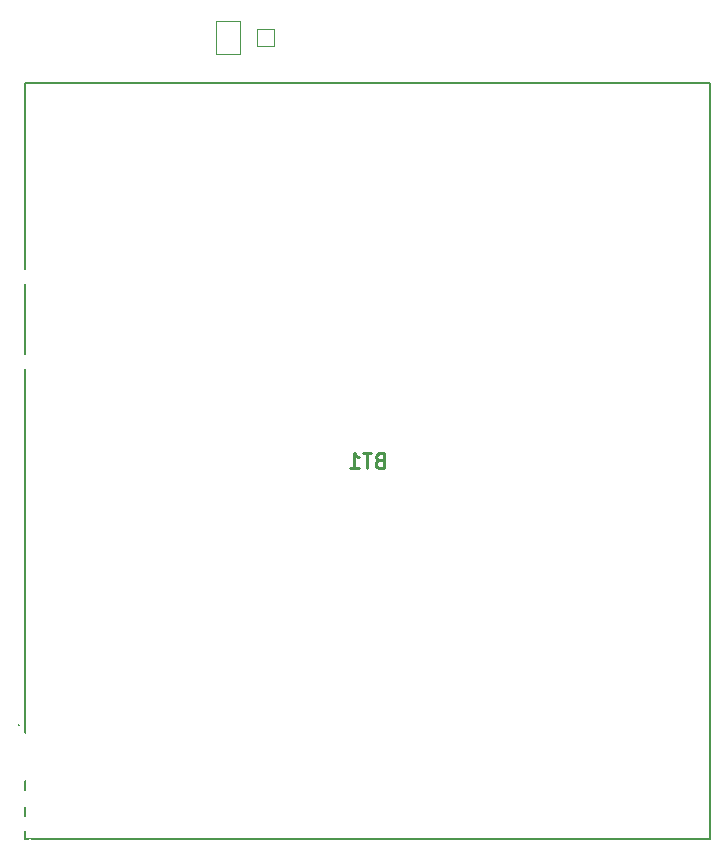
<source format=gbr>
%TF.GenerationSoftware,KiCad,Pcbnew,8.0.0*%
%TF.CreationDate,2024-04-01T11:56:58-07:00*%
%TF.ProjectId,recivier,72656369-7669-4657-922e-6b696361645f,rev?*%
%TF.SameCoordinates,Original*%
%TF.FileFunction,Legend,Bot*%
%TF.FilePolarity,Positive*%
%FSLAX46Y46*%
G04 Gerber Fmt 4.6, Leading zero omitted, Abs format (unit mm)*
G04 Created by KiCad (PCBNEW 8.0.0) date 2024-04-01 11:56:58*
%MOMM*%
%LPD*%
G01*
G04 APERTURE LIST*
%ADD10C,0.254000*%
%ADD11C,0.120000*%
%ADD12C,0.100000*%
%ADD13C,0.200000*%
%ADD14R,1.700000X1.700000*%
%ADD15O,1.700000X1.700000*%
%ADD16C,4.000000*%
%ADD17C,5.600000*%
%ADD18C,1.800000*%
%ADD19C,1.200000*%
%ADD20R,1.400000X5.000000*%
%ADD21O,1.400000X1.200000*%
%ADD22O,1.900000X1.200000*%
%ADD23C,1.520000*%
%ADD24O,2.200000X1.400000*%
%ADD25R,1.500000X1.000000*%
%ADD26R,1.000000X1.000000*%
%ADD27C,3.000000*%
%ADD28R,1.500000X1.500000*%
%ADD29C,1.500000*%
G04 APERTURE END LIST*
D10*
X32673056Y61301120D02*
X32491628Y61240644D01*
X32491628Y61240644D02*
X32431151Y61180168D01*
X32431151Y61180168D02*
X32370675Y61059216D01*
X32370675Y61059216D02*
X32370675Y60877787D01*
X32370675Y60877787D02*
X32431151Y60756835D01*
X32431151Y60756835D02*
X32491628Y60696358D01*
X32491628Y60696358D02*
X32612580Y60635882D01*
X32612580Y60635882D02*
X33096390Y60635882D01*
X33096390Y60635882D02*
X33096390Y61905882D01*
X33096390Y61905882D02*
X32673056Y61905882D01*
X32673056Y61905882D02*
X32552104Y61845406D01*
X32552104Y61845406D02*
X32491628Y61784930D01*
X32491628Y61784930D02*
X32431151Y61663978D01*
X32431151Y61663978D02*
X32431151Y61543025D01*
X32431151Y61543025D02*
X32491628Y61422073D01*
X32491628Y61422073D02*
X32552104Y61361597D01*
X32552104Y61361597D02*
X32673056Y61301120D01*
X32673056Y61301120D02*
X33096390Y61301120D01*
X32007818Y61905882D02*
X31282104Y61905882D01*
X31644961Y60635882D02*
X31644961Y61905882D01*
X30193532Y60635882D02*
X30919247Y60635882D01*
X30556390Y60635882D02*
X30556390Y61905882D01*
X30556390Y61905882D02*
X30677342Y61724454D01*
X30677342Y61724454D02*
X30798294Y61603501D01*
X30798294Y61603501D02*
X30919247Y61543025D01*
D11*
%TO.C,J2*%
X18864200Y98495200D02*
X20864200Y98495200D01*
X18864200Y95695200D02*
X18864200Y98495200D01*
X20864200Y98495200D02*
X20864200Y95695200D01*
X20864200Y95695200D02*
X18864200Y95695200D01*
%TO.C,TP1*%
X22339200Y97780200D02*
X23739200Y97780200D01*
X22339200Y96380200D02*
X22339200Y97780200D01*
X23739200Y97780200D02*
X23739200Y96380200D01*
X23739200Y96380200D02*
X22339200Y96380200D01*
D12*
%TO.C,BT1*%
X2075200Y38910200D02*
X2075200Y38910200D01*
X2175200Y38910200D02*
X2175200Y38910200D01*
D13*
X2675200Y93210200D02*
X60675200Y93210200D01*
X2675200Y29210200D02*
X2675200Y93210200D01*
X60675200Y93210200D02*
X60675200Y29210200D01*
X60675200Y29210200D02*
X2675200Y29210200D01*
D12*
X2075200Y38910200D02*
G75*
G02*
X2175200Y38910200I50000J0D01*
G01*
X2175200Y38910200D02*
G75*
G02*
X2075200Y38910200I-50000J0D01*
G01*
%TD*%
%LPC*%
D14*
%TO.C,D5*%
X8942200Y25198200D03*
D15*
X8942200Y27738200D03*
X11482200Y25198200D03*
X11482200Y27738200D03*
X14022200Y25198200D03*
X14022200Y27738200D03*
X16562200Y25198200D03*
X16562200Y27738200D03*
X19102200Y25198200D03*
X19102200Y27738200D03*
X21642200Y25198200D03*
X21642200Y27738200D03*
X24182200Y25198200D03*
X24182200Y27738200D03*
X26722200Y25198200D03*
X26722200Y27738200D03*
X29262200Y25198200D03*
X29262200Y27738200D03*
X31802200Y25198200D03*
X31802200Y27738200D03*
X34342200Y25198200D03*
X34342200Y27738200D03*
X36882200Y25198200D03*
X36882200Y27738200D03*
X39422200Y25198200D03*
X39422200Y27738200D03*
X41962200Y25198200D03*
X41962200Y27738200D03*
X44502200Y25198200D03*
X44502200Y27738200D03*
X47042200Y25198200D03*
X47042200Y27738200D03*
X49582200Y25198200D03*
X49582200Y27738200D03*
X52122200Y25198200D03*
X52122200Y27738200D03*
X54662200Y25198200D03*
X54662200Y27738200D03*
X57202200Y25198200D03*
X57202200Y27738200D03*
D16*
X2622200Y36198200D03*
X63522200Y36198200D03*
%TD*%
D17*
%TO.C,H1*%
X3000000Y97000000D03*
%TD*%
D18*
%TO.C,SW5*%
X29750000Y5750000D03*
X36250000Y5750000D03*
X29750000Y1250000D03*
X36250000Y1250000D03*
%TD*%
D14*
%TO.C,J4*%
X56256200Y50715200D03*
D15*
X56256200Y48175200D03*
X56256200Y45635200D03*
X56256200Y43095200D03*
%TD*%
D18*
%TO.C,SW1*%
X29750000Y20750000D03*
X36250000Y20750000D03*
X29750000Y16250000D03*
X36250000Y16250000D03*
%TD*%
D17*
%TO.C,H4*%
X63000000Y3000000D03*
%TD*%
D14*
%TO.C,J10*%
X56256200Y90852200D03*
D15*
X56256200Y88312200D03*
X56256200Y85772200D03*
X56256200Y83232200D03*
X56256200Y80692200D03*
%TD*%
D18*
%TO.C,SW3*%
X29750000Y13250000D03*
X36250000Y13250000D03*
X29750000Y8750000D03*
X36250000Y8750000D03*
%TD*%
D19*
%TO.C,J8*%
X62208200Y18797400D03*
X55208200Y18797400D03*
%TD*%
D17*
%TO.C,H2*%
X63000000Y97000000D03*
%TD*%
%TO.C,H3*%
X3000000Y3000000D03*
%TD*%
D20*
%TO.C,AE1*%
X30395200Y97252700D03*
X35495200Y97252700D03*
%TD*%
D21*
%TO.C,J1*%
X5769400Y70809600D03*
X5769400Y75649600D03*
D22*
X2869400Y76829600D03*
X2869400Y69629600D03*
%TD*%
D18*
%TO.C,SW4*%
X38250000Y7750000D03*
X38250000Y14250000D03*
X42750000Y7750000D03*
X42750000Y14250000D03*
%TD*%
D14*
%TO.C,J7*%
X56383200Y75734200D03*
D15*
X56383200Y73194200D03*
X56383200Y70654200D03*
X56383200Y68114200D03*
%TD*%
D18*
%TO.C,SW2*%
X22750000Y7750000D03*
X22750000Y14250000D03*
X27250000Y7750000D03*
X27250000Y14250000D03*
%TD*%
D23*
%TO.C,SW6*%
X3074800Y30500200D03*
X3074800Y28500200D03*
X3074800Y26500200D03*
D24*
X3074800Y24350200D03*
X3074800Y32650200D03*
%TD*%
D25*
%TO.C,J2*%
X19864200Y96445200D03*
X19864200Y97745200D03*
%TD*%
D26*
%TO.C,TP1*%
X23039200Y97080200D03*
%TD*%
D27*
%TO.C,BT1*%
X31675200Y90110200D03*
X31675200Y32310200D03*
D28*
X5075200Y38910200D03*
D29*
X5075200Y51610200D03*
%TD*%
%LPD*%
M02*

</source>
